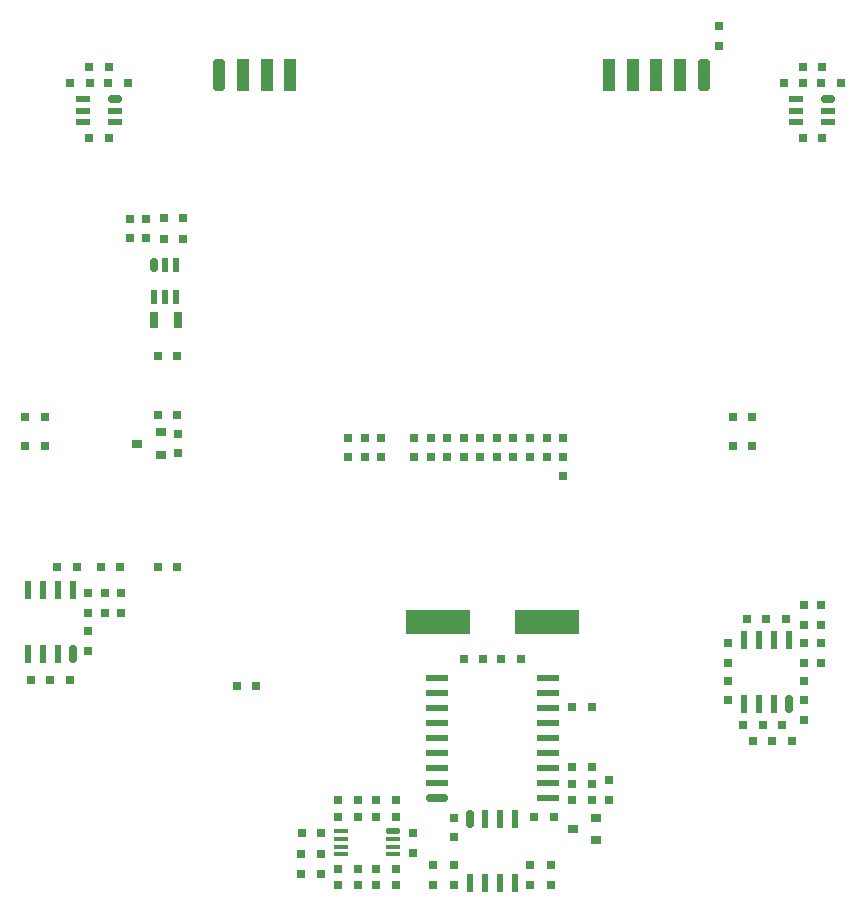
<source format=gbp>
G04*
G04 #@! TF.GenerationSoftware,Altium Limited,Altium Designer,22.1.2 (22)*
G04*
G04 Layer_Color=128*
%FSAX44Y44*%
%MOMM*%
G71*
G04*
G04 #@! TF.SameCoordinates,FD085C4F-33D3-4CAD-8C95-339AC6E91DDF*
G04*
G04*
G04 #@! TF.FilePolarity,Positive*
G04*
G01*
G75*
%ADD14R,0.8000X0.8000*%
%ADD15R,0.8000X0.8000*%
%ADD16R,0.6000X1.2000*%
G04:AMPARAMS|DCode=17|XSize=0.6mm|YSize=1.2mm|CornerRadius=0.15mm|HoleSize=0mm|Usage=FLASHONLY|Rotation=0.000|XOffset=0mm|YOffset=0mm|HoleType=Round|Shape=RoundedRectangle|*
%AMROUNDEDRECTD17*
21,1,0.6000,0.9000,0,0,0.0*
21,1,0.3000,1.2000,0,0,0.0*
1,1,0.3000,0.1500,-0.4500*
1,1,0.3000,-0.1500,-0.4500*
1,1,0.3000,-0.1500,0.4500*
1,1,0.3000,0.1500,0.4500*
%
%ADD17ROUNDEDRECTD17*%
%ADD18R,0.8000X1.4000*%
%ADD19R,0.9500X0.8000*%
%ADD33R,1.0000X2.7000*%
G04:AMPARAMS|DCode=34|XSize=1mm|YSize=2.7mm|CornerRadius=0.25mm|HoleSize=0mm|Usage=FLASHONLY|Rotation=180.000|XOffset=0mm|YOffset=0mm|HoleType=Round|Shape=RoundedRectangle|*
%AMROUNDEDRECTD34*
21,1,1.0000,2.2000,0,0,180.0*
21,1,0.5000,2.7000,0,0,180.0*
1,1,0.5000,-0.2500,1.1000*
1,1,0.5000,0.2500,1.1000*
1,1,0.5000,0.2500,-1.1000*
1,1,0.5000,-0.2500,-1.1000*
%
%ADD34ROUNDEDRECTD34*%
%ADD35R,1.2000X0.6000*%
G04:AMPARAMS|DCode=36|XSize=0.6mm|YSize=1.2mm|CornerRadius=0.15mm|HoleSize=0mm|Usage=FLASHONLY|Rotation=90.000|XOffset=0mm|YOffset=0mm|HoleType=Round|Shape=RoundedRectangle|*
%AMROUNDEDRECTD36*
21,1,0.6000,0.9000,0,0,90.0*
21,1,0.3000,1.2000,0,0,90.0*
1,1,0.3000,0.4500,0.1500*
1,1,0.3000,0.4500,-0.1500*
1,1,0.3000,-0.4500,-0.1500*
1,1,0.3000,-0.4500,0.1500*
%
%ADD36ROUNDEDRECTD36*%
%ADD37R,0.6000X1.5500*%
G04:AMPARAMS|DCode=38|XSize=1.55mm|YSize=0.6mm|CornerRadius=0.15mm|HoleSize=0mm|Usage=FLASHONLY|Rotation=90.000|XOffset=0mm|YOffset=0mm|HoleType=Round|Shape=RoundedRectangle|*
%AMROUNDEDRECTD38*
21,1,1.5500,0.3000,0,0,90.0*
21,1,1.2500,0.6000,0,0,90.0*
1,1,0.3000,0.1500,0.6250*
1,1,0.3000,0.1500,-0.6250*
1,1,0.3000,-0.1500,-0.6250*
1,1,0.3000,-0.1500,0.6250*
%
%ADD38ROUNDEDRECTD38*%
%ADD39R,1.9000X0.6000*%
G04:AMPARAMS|DCode=40|XSize=1.15mm|YSize=0.45mm|CornerRadius=0.1125mm|HoleSize=0mm|Usage=FLASHONLY|Rotation=180.000|XOffset=0mm|YOffset=0mm|HoleType=Round|Shape=RoundedRectangle|*
%AMROUNDEDRECTD40*
21,1,1.1500,0.2250,0,0,180.0*
21,1,0.9250,0.4500,0,0,180.0*
1,1,0.2250,-0.4625,0.1125*
1,1,0.2250,0.4625,0.1125*
1,1,0.2250,0.4625,-0.1125*
1,1,0.2250,-0.4625,-0.1125*
%
%ADD40ROUNDEDRECTD40*%
%ADD41R,1.1500X0.4500*%
%ADD42R,5.5000X2.0000*%
G04:AMPARAMS|DCode=43|XSize=1.9mm|YSize=0.6mm|CornerRadius=0.15mm|HoleSize=0mm|Usage=FLASHONLY|Rotation=0.000|XOffset=0mm|YOffset=0mm|HoleType=Round|Shape=RoundedRectangle|*
%AMROUNDEDRECTD43*
21,1,1.9000,0.3000,0,0,0.0*
21,1,1.6000,0.6000,0,0,0.0*
1,1,0.3000,0.8000,-0.1500*
1,1,0.3000,-0.8000,-0.1500*
1,1,0.3000,-0.8000,0.1500*
1,1,0.3000,0.8000,0.1500*
%
%ADD43ROUNDEDRECTD43*%
D14*
X00561000Y00493250D02*
D03*
Y00509750D02*
D03*
Y00526250D02*
D03*
X00519000D02*
D03*
Y00509750D02*
D03*
X00505000Y00526250D02*
D03*
Y00509750D02*
D03*
X00491000Y00526250D02*
D03*
Y00509750D02*
D03*
X00463000Y00526250D02*
D03*
Y00509750D02*
D03*
X00477000Y00526250D02*
D03*
Y00509750D02*
D03*
X00449000Y00526250D02*
D03*
Y00509750D02*
D03*
X00435000Y00526250D02*
D03*
Y00509750D02*
D03*
X00407000D02*
D03*
Y00526250D02*
D03*
X00393000D02*
D03*
Y00509750D02*
D03*
X00379000Y00509750D02*
D03*
Y00526250D02*
D03*
X00533000Y00526250D02*
D03*
X00533000Y00509750D02*
D03*
X00693000Y00857750D02*
D03*
Y00874250D02*
D03*
X00187000Y00377750D02*
D03*
Y00394250D02*
D03*
X00701000Y00352250D02*
D03*
Y00335750D02*
D03*
Y00303750D02*
D03*
Y00320250D02*
D03*
X00547000Y00526250D02*
D03*
Y00509750D02*
D03*
X00207792Y00711250D02*
D03*
Y00694750D02*
D03*
X00194000Y00711250D02*
D03*
Y00694750D02*
D03*
X00235000Y00512750D02*
D03*
Y00529250D02*
D03*
X00159000Y00377750D02*
D03*
X00159000Y00394250D02*
D03*
X00173000Y00377750D02*
D03*
Y00394250D02*
D03*
X00159000Y00345750D02*
D03*
Y00362250D02*
D03*
X00533000Y00164250D02*
D03*
X00469000Y00164250D02*
D03*
X00765000Y00384250D02*
D03*
X00779000Y00384250D02*
D03*
X00434000Y00191250D02*
D03*
X00339000Y00156750D02*
D03*
X00469000Y00187750D02*
D03*
Y00204250D02*
D03*
X00356000Y00173250D02*
D03*
Y00156750D02*
D03*
X00339000Y00173250D02*
D03*
X00434000Y00174750D02*
D03*
X00600000Y00236250D02*
D03*
Y00219750D02*
D03*
X00779000Y00367750D02*
D03*
X00765000D02*
D03*
X00779000Y00352250D02*
D03*
Y00335750D02*
D03*
X00765000Y00320250D02*
D03*
Y00303750D02*
D03*
Y00287250D02*
D03*
Y00335750D02*
D03*
Y00352250D02*
D03*
X00451000Y00164250D02*
D03*
Y00147750D02*
D03*
X00469000Y00147750D02*
D03*
X00551000Y00164000D02*
D03*
Y00147500D02*
D03*
X00533000Y00147750D02*
D03*
D15*
X00721250Y00544000D02*
D03*
X00704750D02*
D03*
X00721250Y00519000D02*
D03*
X00704750D02*
D03*
X00284750Y00316000D02*
D03*
X00301250D02*
D03*
X00159750Y00840000D02*
D03*
X00176250D02*
D03*
X00192250Y00826000D02*
D03*
X00175750D02*
D03*
X00143750D02*
D03*
X00160250D02*
D03*
X00176250Y00780000D02*
D03*
X00159750D02*
D03*
X00780250Y00840000D02*
D03*
X00763750D02*
D03*
X00747750Y00826000D02*
D03*
X00764250D02*
D03*
X00779750D02*
D03*
X00796250D02*
D03*
X00780250Y00780000D02*
D03*
X00763750D02*
D03*
X00105750Y00544000D02*
D03*
X00122250D02*
D03*
X00217750Y00545000D02*
D03*
X00234250D02*
D03*
X00122250Y00519000D02*
D03*
X00105750D02*
D03*
X00222750Y00712000D02*
D03*
X00239250Y00712000D02*
D03*
X00234250Y00417000D02*
D03*
X00217750D02*
D03*
Y00595000D02*
D03*
X00234250D02*
D03*
X00222750Y00694000D02*
D03*
X00239250D02*
D03*
X00169750Y00417000D02*
D03*
X00186250D02*
D03*
X00132750Y00417000D02*
D03*
X00149250D02*
D03*
X00143250Y00321000D02*
D03*
X00126750D02*
D03*
X00110250D02*
D03*
X00585250Y00298000D02*
D03*
X00568750Y00219000D02*
D03*
X00585250Y00247000D02*
D03*
X00553250Y00205000D02*
D03*
X00370750Y00205000D02*
D03*
X00419250D02*
D03*
X00402750Y00219000D02*
D03*
X00419250D02*
D03*
X00476750Y00339000D02*
D03*
X00493250Y00339000D02*
D03*
X00370750Y00147000D02*
D03*
X00387250D02*
D03*
X00356250Y00191000D02*
D03*
X00339750D02*
D03*
X00402750Y00205000D02*
D03*
Y00161000D02*
D03*
X00419250D02*
D03*
X00419250Y00147000D02*
D03*
X00402750D02*
D03*
X00387250Y00161000D02*
D03*
X00370750D02*
D03*
X00370750Y00219000D02*
D03*
X00387250D02*
D03*
Y00205000D02*
D03*
X00536750Y00205000D02*
D03*
X00568750Y00233000D02*
D03*
X00585250D02*
D03*
X00568750Y00247000D02*
D03*
X00585250Y00219000D02*
D03*
X00568750Y00298000D02*
D03*
X00525250Y00339000D02*
D03*
X00508750D02*
D03*
X00716750Y00373000D02*
D03*
X00733250D02*
D03*
X00749750D02*
D03*
X00721750Y00269000D02*
D03*
X00738250D02*
D03*
X00754750D02*
D03*
X00713750Y00283000D02*
D03*
X00730250Y00283000D02*
D03*
X00746750Y00283000D02*
D03*
D16*
X00214500Y00645500D02*
D03*
X00224000Y00645500D02*
D03*
X00233500Y00645500D02*
D03*
Y00672500D02*
D03*
X00224000Y00672500D02*
D03*
D17*
X00214500Y00672500D02*
D03*
D18*
X00215000Y00626000D02*
D03*
X00235000D02*
D03*
D19*
X00220187Y00511500D02*
D03*
X00200187Y00521000D02*
D03*
X00220187Y00530500D02*
D03*
X00569000Y00195000D02*
D03*
X00589000Y00204500D02*
D03*
X00589000Y00185500D02*
D03*
D33*
X00330000Y00833000D02*
D03*
X00310000D02*
D03*
X00290000D02*
D03*
X00660000Y00833000D02*
D03*
X00640000D02*
D03*
X00620000D02*
D03*
X00600000D02*
D03*
D34*
X00270000D02*
D03*
X00680000D02*
D03*
D35*
X00758500Y00812500D02*
D03*
X00758500Y00803000D02*
D03*
X00758500Y00793500D02*
D03*
X00785500D02*
D03*
X00785500Y00803000D02*
D03*
X00154500Y00812500D02*
D03*
Y00803000D02*
D03*
Y00793500D02*
D03*
X00181500Y00793500D02*
D03*
X00181500Y00803000D02*
D03*
D36*
X00785500Y00812500D02*
D03*
X00181500D02*
D03*
D37*
X00107950Y00343000D02*
D03*
X00120650D02*
D03*
X00133350Y00343000D02*
D03*
X00107950Y00397000D02*
D03*
X00120650D02*
D03*
X00133350D02*
D03*
X00146050D02*
D03*
X00507350Y00203000D02*
D03*
X00481950Y00149000D02*
D03*
X00494650D02*
D03*
X00507350D02*
D03*
X00520050D02*
D03*
X00494650Y00203000D02*
D03*
X00520050D02*
D03*
X00752050Y00355000D02*
D03*
X00739350Y00355000D02*
D03*
X00726650D02*
D03*
X00713950Y00355000D02*
D03*
X00739350Y00301000D02*
D03*
X00726650D02*
D03*
X00713950D02*
D03*
D38*
X00146050Y00343000D02*
D03*
X00481950Y00203000D02*
D03*
X00752050Y00301000D02*
D03*
D39*
X00548000Y00221200D02*
D03*
X00548000Y00233900D02*
D03*
X00548000Y00284700D02*
D03*
X00548000Y00272000D02*
D03*
X00548000Y00259300D02*
D03*
Y00246600D02*
D03*
Y00310100D02*
D03*
Y00297400D02*
D03*
Y00322800D02*
D03*
X00454000Y00233900D02*
D03*
Y00246600D02*
D03*
Y00259300D02*
D03*
X00454000Y00272000D02*
D03*
X00454000Y00284700D02*
D03*
Y00297400D02*
D03*
Y00310100D02*
D03*
Y00322800D02*
D03*
D40*
X00416750Y00192750D02*
D03*
D41*
X00373250D02*
D03*
Y00186250D02*
D03*
Y00179750D02*
D03*
Y00173250D02*
D03*
X00416750D02*
D03*
Y00179750D02*
D03*
Y00186250D02*
D03*
D42*
X00547000Y00370000D02*
D03*
X00455000D02*
D03*
D43*
X00454000Y00221200D02*
D03*
M02*

</source>
